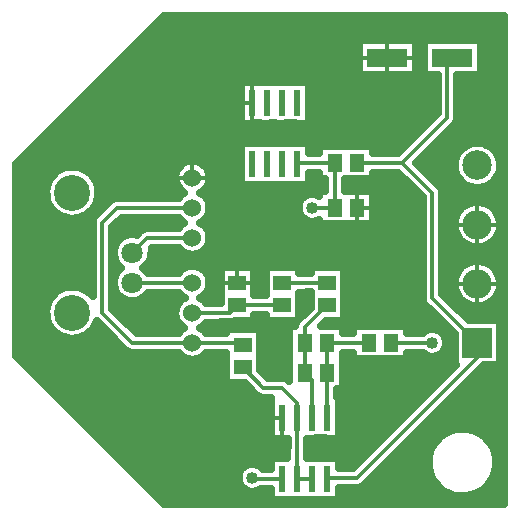
<source format=gbr>
G04 DipTrace 2.4.0.2*
%INTop.gbr*%
%MOIN*%
%ADD14C,0.013*%
%ADD15C,0.025*%
%ADD16R,0.0512X0.0591*%
%ADD17R,0.0236X0.0866*%
%ADD18R,0.0591X0.0512*%
%ADD19C,0.06*%
%ADD20R,0.1378X0.063*%
%ADD21R,0.0984X0.0984*%
%ADD22C,0.0984*%
%ADD23C,0.1201*%
%ADD24C,0.0709*%
%ADD25C,0.04*%
%FSLAX44Y44*%
G04*
G70*
G90*
G75*
G01*
%LNTop*%
%LPD*%
X16940Y19440D2*
D14*
X15940D1*
X12440Y17940D2*
X11940D1*
X15940Y14440D2*
X16940D1*
X13440Y7440D2*
X12940D1*
X11940Y11940D2*
Y12940D1*
X19940Y9940D2*
X18440Y11440D1*
Y14940D1*
X17440Y15940D1*
X15940D1*
X17440D2*
X18940Y17440D1*
Y19275D1*
X19105Y19440D1*
X19940Y9940D2*
Y9440D1*
X15940Y5440D1*
X14987D1*
X14940Y5393D1*
Y7440D2*
Y8940D1*
Y9940D1*
X16323D1*
X10440Y11940D2*
X8439D1*
X10440Y9940D2*
X12057D1*
X12125Y9873D1*
X10440Y14440D2*
X7940D1*
X7440Y13940D1*
Y10940D1*
X8440Y9940D1*
X10440D1*
X15192Y15940D2*
X13987D1*
X13940Y15893D1*
X15192Y15940D2*
Y14440D1*
X13440Y5393D2*
X12487D1*
X12440Y5440D1*
X14440Y14440D2*
X15192D1*
X14192Y8940D2*
Y9940D1*
X14440Y7440D2*
Y8692D1*
X14192Y8940D1*
X14940Y11192D2*
X14192Y10444D1*
Y9940D1*
X13440Y11940D2*
X14940D1*
X10440Y13440D2*
X8940D1*
X8440Y12940D1*
X10440Y10940D2*
X11688D1*
X11940Y11192D1*
X13440D1*
X17071Y9940D2*
X18440D1*
X14440Y5393D2*
X13940D1*
Y7440D1*
Y7940D1*
X13440Y8440D1*
X12809D1*
X12125Y9125D1*
D25*
X15940Y19440D3*
X11940Y17940D3*
X16940Y14440D3*
X12940Y7440D3*
X16940Y14440D3*
X11940Y12940D3*
X12440Y5440D3*
X14440Y14440D3*
X18440Y9940D3*
X9268Y20566D2*
D15*
X20790D1*
X9018Y20318D2*
X20790D1*
X8772Y20069D2*
X20790D1*
X8522Y19820D2*
X15960D1*
X17920D2*
X18128D1*
X20084D2*
X20790D1*
X8272Y19572D2*
X15960D1*
X17920D2*
X18128D1*
X20084D2*
X20790D1*
X8026Y19323D2*
X15960D1*
X17920D2*
X18128D1*
X20084D2*
X20790D1*
X7776Y19074D2*
X15960D1*
X17920D2*
X18128D1*
X20084D2*
X20790D1*
X7526Y18825D2*
X18585D1*
X19295D2*
X20790D1*
X7279Y18577D2*
X12030D1*
X14350D2*
X18585D1*
X19295D2*
X20790D1*
X7029Y18328D2*
X12030D1*
X14350D2*
X18585D1*
X19295D2*
X20790D1*
X6779Y18079D2*
X12030D1*
X14350D2*
X18585D1*
X19295D2*
X20790D1*
X6533Y17831D2*
X12030D1*
X14350D2*
X18585D1*
X19295D2*
X20790D1*
X6283Y17582D2*
X12030D1*
X14350D2*
X18585D1*
X19295D2*
X20790D1*
X6033Y17333D2*
X12030D1*
X14350D2*
X18343D1*
X19276D2*
X20790D1*
X5787Y17085D2*
X18093D1*
X19076D2*
X20790D1*
X5537Y16836D2*
X17843D1*
X18826D2*
X20790D1*
X5287Y16587D2*
X12030D1*
X14350D2*
X17597D1*
X18580D2*
X19765D1*
X20115D2*
X20790D1*
X5041Y16339D2*
X12030D1*
X14350D2*
X14647D1*
X16486D2*
X17347D1*
X18330D2*
X19339D1*
X20541D2*
X20790D1*
X4791Y16090D2*
X12030D1*
X18080D2*
X19198D1*
X20682D2*
X20790D1*
X4590Y15841D2*
X10019D1*
X10861D2*
X12030D1*
X18029D2*
X19159D1*
X4590Y15593D2*
X5847D1*
X7033D2*
X9870D1*
X11010D2*
X12030D1*
X14350D2*
X14647D1*
X16486D2*
X17296D1*
X18279D2*
X19202D1*
X20678D2*
X20790D1*
X4590Y15344D2*
X5647D1*
X7229D2*
X9858D1*
X11022D2*
X12030D1*
X14350D2*
X14839D1*
X15545D2*
X17546D1*
X18529D2*
X19347D1*
X20533D2*
X20790D1*
X4590Y15095D2*
X5561D1*
X7315D2*
X9968D1*
X10912D2*
X14839D1*
X15545D2*
X17792D1*
X18756D2*
X19815D1*
X20065D2*
X20790D1*
X4590Y14846D2*
X5554D1*
X7322D2*
X10022D1*
X10858D2*
X14190D1*
X16486D2*
X18042D1*
X18795D2*
X20790D1*
X4590Y14598D2*
X5620D1*
X7260D2*
X7604D1*
X11006D2*
X13979D1*
X16486D2*
X18085D1*
X18795D2*
X19683D1*
X20197D2*
X20790D1*
X4590Y14349D2*
X5780D1*
X7096D2*
X7358D1*
X11022D2*
X13960D1*
X16486D2*
X18085D1*
X18795D2*
X19323D1*
X20557D2*
X20790D1*
X4590Y14100D2*
X6206D1*
X6674D2*
X7128D1*
X8092D2*
X9964D1*
X10916D2*
X14097D1*
X16486D2*
X18085D1*
X18795D2*
X19190D1*
X20690D2*
X20790D1*
X4590Y13852D2*
X7085D1*
X7842D2*
X10030D1*
X10850D2*
X18085D1*
X18795D2*
X19159D1*
X4590Y13603D2*
X7085D1*
X7795D2*
X8612D1*
X11006D2*
X18085D1*
X18795D2*
X19210D1*
X20670D2*
X20790D1*
X4590Y13354D2*
X7085D1*
X7795D2*
X7956D1*
X11022D2*
X18085D1*
X18795D2*
X19366D1*
X20514D2*
X20790D1*
X4590Y13106D2*
X7085D1*
X9096D2*
X9960D1*
X10920D2*
X18085D1*
X18795D2*
X20790D1*
X4590Y12857D2*
X7085D1*
X9080D2*
X18085D1*
X18795D2*
X20790D1*
X4590Y12608D2*
X7085D1*
X7795D2*
X7891D1*
X8986D2*
X18085D1*
X18795D2*
X19628D1*
X20252D2*
X20790D1*
X4590Y12360D2*
X7085D1*
X7795D2*
X7960D1*
X8920D2*
X10038D1*
X10842D2*
X11354D1*
X12526D2*
X12854D1*
X14026D2*
X14354D1*
X15526D2*
X18085D1*
X18795D2*
X19308D1*
X20572D2*
X20790D1*
X4590Y12111D2*
X7085D1*
X11002D2*
X11354D1*
X12526D2*
X12854D1*
X15526D2*
X18085D1*
X18795D2*
X19186D1*
X20694D2*
X20790D1*
X4590Y11862D2*
X7085D1*
X11026D2*
X11354D1*
X12526D2*
X12854D1*
X15526D2*
X18085D1*
X18795D2*
X19159D1*
X4590Y11614D2*
X5870D1*
X7795D2*
X7886D1*
X10928D2*
X11354D1*
X12526D2*
X12854D1*
X15526D2*
X18085D1*
X18795D2*
X19218D1*
X20662D2*
X20790D1*
X4590Y11365D2*
X5663D1*
X7795D2*
X8186D1*
X8694D2*
X10042D1*
X10838D2*
X11354D1*
X14026D2*
X14354D1*
X15526D2*
X18093D1*
X19006D2*
X19390D1*
X20490D2*
X20790D1*
X4590Y11116D2*
X5569D1*
X7795D2*
X9878D1*
X14026D2*
X14354D1*
X15526D2*
X18272D1*
X19256D2*
X20790D1*
X4590Y10867D2*
X5554D1*
X8002D2*
X9854D1*
X14026D2*
X14127D1*
X15526D2*
X18522D1*
X19502D2*
X20790D1*
X4590Y10619D2*
X5612D1*
X8252D2*
X9952D1*
X11787D2*
X13886D1*
X14858D2*
X18769D1*
X4590Y10370D2*
X5765D1*
X7115D2*
X7519D1*
X8502D2*
X10050D1*
X10830D2*
X11538D1*
X12709D2*
X13647D1*
X15486D2*
X15776D1*
X17615D2*
X18237D1*
X18643D2*
X19019D1*
X4590Y10121D2*
X6136D1*
X6744D2*
X7769D1*
X12709D2*
X13647D1*
X18893D2*
X19159D1*
X4590Y9873D2*
X8015D1*
X12709D2*
X13647D1*
X18924D2*
X19159D1*
X4590Y9624D2*
X8319D1*
X12709D2*
X13647D1*
X18807D2*
X19159D1*
X4705Y9375D2*
X10397D1*
X10481D2*
X11538D1*
X12709D2*
X13647D1*
X15486D2*
X19159D1*
X4955Y9127D2*
X11538D1*
X12709D2*
X13647D1*
X15486D2*
X19136D1*
X20119D2*
X20790D1*
X5205Y8878D2*
X11538D1*
X12861D2*
X13647D1*
X15486D2*
X18886D1*
X19869D2*
X20790D1*
X5451Y8629D2*
X11538D1*
X15486D2*
X18640D1*
X19619D2*
X20790D1*
X5701Y8381D2*
X12378D1*
X15486D2*
X18390D1*
X19373D2*
X20790D1*
X5951Y8132D2*
X12667D1*
X15350D2*
X18140D1*
X19123D2*
X20790D1*
X6197Y7883D2*
X13030D1*
X15350D2*
X17894D1*
X18873D2*
X20790D1*
X6447Y7635D2*
X13030D1*
X15350D2*
X17644D1*
X18627D2*
X20790D1*
X6697Y7386D2*
X13030D1*
X15350D2*
X17394D1*
X18377D2*
X20790D1*
X6944Y7137D2*
X13030D1*
X15350D2*
X17147D1*
X18127D2*
X20790D1*
X7194Y6888D2*
X13030D1*
X15350D2*
X16897D1*
X17881D2*
X18808D1*
X20072D2*
X20790D1*
X7444Y6640D2*
X13585D1*
X14295D2*
X16647D1*
X17631D2*
X18534D1*
X20346D2*
X20790D1*
X7690Y6391D2*
X13585D1*
X14295D2*
X16401D1*
X17381D2*
X18382D1*
X20498D2*
X20790D1*
X7940Y6142D2*
X13585D1*
X14295D2*
X16151D1*
X17135D2*
X18308D1*
X20572D2*
X20790D1*
X8190Y5894D2*
X12315D1*
X12565D2*
X13030D1*
X15350D2*
X15901D1*
X16885D2*
X18288D1*
X20592D2*
X20790D1*
X8436Y5645D2*
X11999D1*
X16635D2*
X18327D1*
X20553D2*
X20790D1*
X8686Y5396D2*
X11952D1*
X16389D2*
X18429D1*
X20451D2*
X20790D1*
X8936Y5148D2*
X12054D1*
X16119D2*
X18616D1*
X20264D2*
X20790D1*
X9182Y4899D2*
X13030D1*
X15350D2*
X18987D1*
X19893D2*
X20790D1*
X9432Y4650D2*
X20790D1*
X16675Y10500D2*
X17592D1*
Y10270D1*
X18114D1*
X18148Y10302D1*
X18254Y10366D1*
X18374Y10400D1*
X18499Y10401D1*
X18619Y10369D1*
X18727Y10306D1*
X18814Y10217D1*
X18874Y10108D1*
X18903Y9987D1*
X18905Y9940D1*
X18888Y9817D1*
X18839Y9702D1*
X18762Y9604D1*
X18661Y9531D1*
X18545Y9487D1*
X18420Y9475D1*
X18298Y9497D1*
X18185Y9551D1*
X18118Y9610D1*
X17592D1*
Y9380D1*
X16550Y9384D1*
X16469Y9380D1*
X15802D1*
Y9610D1*
X15460D1*
X15461Y8380D1*
X15269D1*
X15270Y8139D1*
X15323Y8138D1*
Y6742D1*
X14557Y6746D1*
X14448Y6742D1*
X14272D1*
X14270Y6092D1*
X14323Y6087D1*
X14432Y6091D1*
X14823Y6087D1*
X14932Y6091D1*
X15323D1*
Y5767D1*
X15804Y5770D1*
X19217Y9184D1*
X19183Y9183D1*
Y10234D1*
X18469Y10944D1*
X18207Y11207D1*
X18137Y11309D1*
X18110Y11440D1*
Y14803D1*
X17303Y15610D1*
X16460D1*
X16461Y15380D1*
X15519D1*
X15522Y14999D1*
X16461Y15000D1*
Y13880D1*
X14671D1*
Y14040D1*
X14545Y13987D1*
X14420Y13975D1*
X14298Y13997D1*
X14185Y14051D1*
X14091Y14133D1*
X14022Y14236D1*
X13983Y14355D1*
X13977Y14479D1*
X14004Y14601D1*
X14062Y14711D1*
X14148Y14802D1*
X14254Y14866D1*
X14374Y14900D1*
X14499Y14901D1*
X14619Y14869D1*
X14669Y14840D1*
X14671Y15000D1*
X14862D1*
Y15381D1*
X14671Y15380D1*
Y15610D1*
X14321D1*
X14323Y15195D1*
X13557Y15199D1*
X13448Y15195D1*
X13057Y15199D1*
X12948Y15195D1*
X12557Y15199D1*
X12448Y15195D1*
X12057D1*
Y16591D1*
X12823Y16587D1*
X12932Y16591D1*
X13323Y16587D1*
X13432Y16591D1*
X13823Y16587D1*
X13932Y16591D1*
X14323D1*
Y16267D1*
X14671Y16270D1*
Y16500D1*
X15713Y16496D1*
X15794Y16500D1*
X16461D1*
Y16270D1*
X17303D1*
X18613Y17579D1*
X18610Y18858D1*
X18151Y18860D1*
Y20020D1*
X20059D1*
Y18860D1*
X19266D1*
X19270Y18150D1*
Y17440D1*
X19247Y17318D1*
X19173Y17207D1*
X17906Y15939D1*
X18673Y15173D1*
X18743Y15071D1*
X18770Y14940D1*
Y11577D1*
X19648Y10698D1*
X20697Y10697D1*
Y9183D1*
X20146D1*
X18494Y7527D1*
X16173Y5207D1*
X16071Y5137D1*
X15940Y5110D1*
X15327D1*
X15323Y4695D1*
X14557Y4699D1*
X14448Y4695D1*
X14057Y4699D1*
X13948Y4695D1*
X13557Y4699D1*
X13448Y4695D1*
X13057D1*
Y5066D1*
X12710Y5063D1*
X12661Y5031D1*
X12545Y4987D1*
X12420Y4975D1*
X12298Y4997D1*
X12185Y5051D1*
X12091Y5133D1*
X12022Y5236D1*
X11983Y5355D1*
X11977Y5479D1*
X12004Y5601D1*
X12062Y5711D1*
X12148Y5802D1*
X12254Y5866D1*
X12374Y5900D1*
X12499Y5901D1*
X12619Y5869D1*
X12727Y5806D1*
X12805Y5725D1*
X13054Y5723D1*
X13057Y6091D1*
X13608D1*
X13610Y6740D1*
X13057Y6742D1*
Y8110D1*
X12809D1*
X12687Y8133D1*
X12576Y8207D1*
X12181Y8602D1*
X11564Y8604D1*
Y9610D1*
X10897D1*
X10798Y9503D1*
X10693Y9435D1*
X10576Y9392D1*
X10452Y9375D1*
X10328Y9386D1*
X10209Y9424D1*
X10102Y9487D1*
X10011Y9573D1*
X9987Y9608D1*
X8440Y9610D1*
X8318Y9633D1*
X8207Y9707D1*
X7259Y10654D1*
X7165Y10467D1*
X7089Y10368D1*
X7000Y10280D1*
X6899Y10207D1*
X6789Y10148D1*
X6672Y10106D1*
X6549Y10082D1*
X6424Y10075D1*
X6300Y10086D1*
X6179Y10115D1*
X6062Y10161D1*
X5954Y10224D1*
X5856Y10301D1*
X5770Y10392D1*
X5698Y10494D1*
X5642Y10605D1*
X5602Y10724D1*
X5580Y10846D1*
X5575Y10971D1*
X5589Y11095D1*
X5620Y11216D1*
X5668Y11332D1*
X5733Y11439D1*
X5812Y11535D1*
X5904Y11619D1*
X6007Y11689D1*
X6120Y11744D1*
X6239Y11782D1*
X6362Y11802D1*
X6487Y11804D1*
X6611Y11788D1*
X6731Y11755D1*
X6845Y11705D1*
X6951Y11638D1*
X7046Y11557D1*
X7111Y11484D1*
X7110Y13940D1*
X7133Y14062D1*
X7207Y14173D1*
X7707Y14673D1*
X7809Y14743D1*
X7940Y14770D1*
X9983D1*
X10063Y14861D1*
X10176Y14938D1*
X10063Y15019D1*
X9980Y15112D1*
X9919Y15221D1*
X9884Y15341D1*
X9876Y15465D1*
X9895Y15588D1*
X9941Y15704D1*
X10011Y15807D1*
X10102Y15893D1*
X10209Y15956D1*
X10328Y15994D1*
X10452Y16005D1*
X10576Y15988D1*
X10693Y15945D1*
X10798Y15877D1*
X10885Y15788D1*
X10951Y15682D1*
X10991Y15564D1*
X11005Y15440D1*
X10991Y15316D1*
X10951Y15198D1*
X10885Y15092D1*
X10798Y15003D1*
X10702Y14940D1*
X10758Y14907D1*
X10853Y14826D1*
X10927Y14726D1*
X10978Y14612D1*
X11005Y14440D1*
X10991Y14316D1*
X10951Y14198D1*
X10885Y14092D1*
X10798Y14003D1*
X10703Y13941D1*
X10758Y13907D1*
X10853Y13826D1*
X10927Y13726D1*
X10978Y13612D1*
X11005Y13440D1*
X10991Y13316D1*
X10951Y13198D1*
X10885Y13092D1*
X10798Y13003D1*
X10693Y12935D1*
X10576Y12892D1*
X10452Y12875D1*
X10328Y12886D1*
X10209Y12924D1*
X10102Y12987D1*
X10011Y13073D1*
X9987Y13108D1*
X9077Y13110D1*
X9047Y12816D1*
X9010Y12697D1*
X8949Y12587D1*
X8868Y12493D1*
X8804Y12442D1*
X8939Y12306D1*
X8961Y12269D1*
X9982Y12270D1*
X10063Y12361D1*
X10165Y12433D1*
X10280Y12482D1*
X10403Y12504D1*
X10527Y12498D1*
X10648Y12466D1*
X10758Y12407D1*
X10853Y12326D1*
X10927Y12226D1*
X10978Y12112D1*
X11005Y11940D1*
X10991Y11816D1*
X10951Y11698D1*
X10885Y11592D1*
X10798Y11503D1*
X10703Y11441D1*
X10758Y11407D1*
X10853Y11326D1*
X10892Y11273D1*
X11381Y11270D1*
X11380Y11713D1*
Y12461D1*
X12500D1*
Y11521D1*
X12881Y11522D1*
X12880Y12461D1*
X14000D1*
Y12269D1*
X14381Y12270D1*
X14380Y12461D1*
X15500D1*
X15496Y11419D1*
X15500Y11338D1*
Y10671D1*
X14887D1*
X14718Y10503D1*
X15461Y10500D1*
Y10270D1*
X15803D1*
X15802Y10500D1*
X16844Y10496D1*
X20559Y5815D2*
X20539Y5692D1*
X20504Y5572D1*
X20457Y5456D1*
X20397Y5347D1*
X20326Y5244D1*
X20243Y5150D1*
X20151Y5066D1*
X20050Y4993D1*
X19941Y4931D1*
X19826Y4882D1*
X19707Y4846D1*
X19584Y4823D1*
X19459Y4814D1*
X19334Y4819D1*
X19211Y4837D1*
X19090Y4869D1*
X18974Y4915D1*
X18863Y4973D1*
X18759Y5043D1*
X18664Y5123D1*
X18579Y5214D1*
X18503Y5314D1*
X18440Y5422D1*
X18389Y5536D1*
X18350Y5655D1*
X18326Y5777D1*
X18314Y5902D1*
X18317Y6026D1*
X18334Y6150D1*
X18364Y6272D1*
X18407Y6389D1*
X18463Y6500D1*
X18531Y6605D1*
X18610Y6702D1*
X18700Y6789D1*
X18798Y6866D1*
X18905Y6931D1*
X19018Y6984D1*
X19136Y7025D1*
X19258Y7052D1*
X19382Y7065D1*
X19507Y7064D1*
X19631Y7050D1*
X19753Y7022D1*
X19871Y6981D1*
X19984Y6926D1*
X20090Y6860D1*
X20187Y6783D1*
X20276Y6695D1*
X20355Y6597D1*
X20422Y6492D1*
X20477Y6380D1*
X20519Y6262D1*
X20548Y6141D1*
X20566Y5940D1*
X20559Y5815D1*
X13682Y18638D2*
X14323D1*
Y17242D1*
X13557Y17246D1*
X13448Y17242D1*
X13057Y17246D1*
X12948Y17242D1*
X12557Y17246D1*
X12473Y17242D1*
X12057D1*
Y18638D1*
X13323Y18634D1*
X13432Y18638D1*
X13823Y18634D1*
X14380Y11097D2*
X14383Y11419D1*
X14380Y11611D1*
X13999Y11610D1*
X14000Y10717D1*
X13936Y10652D1*
X13875Y10671D1*
X12880D1*
Y10862D1*
X12499D1*
X12500Y10671D1*
X11879D1*
X11843Y10649D1*
X11725Y10612D1*
X10895Y10610D1*
X10798Y10503D1*
X10703Y10441D1*
X10758Y10407D1*
X10853Y10326D1*
X10892Y10273D1*
X11561Y10270D1*
X11564Y10393D1*
X12685D1*
X12681Y9352D1*
X12685Y9270D1*
Y9032D1*
X12946Y8770D1*
X13440D1*
X13562Y8747D1*
X13669Y8677D1*
X13649Y8696D1*
X13671Y8755D1*
X13675Y9500D1*
X13671Y9755D1*
Y10500D1*
X13870D1*
X13876Y10540D1*
X13934Y10650D1*
X14381Y11100D1*
X10179Y11442D2*
X10102Y11487D1*
X10011Y11573D1*
X9987Y11608D1*
X8960Y11610D1*
X8867Y11493D1*
X8769Y11416D1*
X8657Y11360D1*
X8536Y11328D1*
X8412Y11321D1*
X8288Y11339D1*
X8171Y11382D1*
X8065Y11447D1*
X7973Y11532D1*
X7901Y11633D1*
X7850Y11748D1*
X7824Y11869D1*
X7822Y11994D1*
X7846Y12117D1*
X7893Y12232D1*
X7963Y12336D1*
X8075Y12438D1*
X7974Y12532D1*
X7902Y12633D1*
X7851Y12748D1*
X7825Y12869D1*
X7823Y12994D1*
X7847Y13117D1*
X7894Y13232D1*
X7964Y13336D1*
X8053Y13423D1*
X8157Y13491D1*
X8274Y13537D1*
X8397Y13558D1*
X8521Y13554D1*
X8578Y13541D1*
X8707Y13673D1*
X8810Y13743D1*
X8940Y13770D1*
X9983D1*
X10063Y13861D1*
X10176Y13938D1*
X10102Y13987D1*
X10011Y14073D1*
X9987Y14108D1*
X8077Y14110D1*
X7767Y13801D1*
X7770Y12065D1*
Y11077D1*
X8577Y10270D1*
X9983D1*
X10063Y10361D1*
X10176Y10438D1*
X10102Y10487D1*
X10011Y10573D1*
X9941Y10676D1*
X9895Y10792D1*
X9876Y10915D1*
X9884Y11039D1*
X9919Y11159D1*
X9980Y11268D1*
X10063Y11361D1*
X10176Y11438D1*
X16011Y20020D2*
X17894D1*
Y18860D1*
X15986D1*
Y20020D1*
X16011D1*
X20697Y11884D2*
X20677Y11735D1*
X20628Y11593D1*
X20553Y11464D1*
X20453Y11352D1*
X20334Y11262D1*
X20199Y11197D1*
X20054Y11160D1*
X19904Y11152D1*
X19756Y11174D1*
X19615Y11225D1*
X19487Y11302D1*
X19376Y11403D1*
X19288Y11524D1*
X19225Y11660D1*
X19190Y11805D1*
X19184Y11955D1*
X19208Y12103D1*
X19261Y12243D1*
X19340Y12370D1*
X19442Y12479D1*
X19565Y12566D1*
X19701Y12627D1*
X19847Y12660D1*
X19997Y12663D1*
X20145Y12637D1*
X20284Y12583D1*
X20410Y12502D1*
X20518Y12398D1*
X20603Y12275D1*
X20662Y12137D1*
X20693Y11991D1*
X20697Y11884D1*
Y13852D2*
X20677Y13704D1*
X20628Y13562D1*
X20553Y13433D1*
X20453Y13321D1*
X20334Y13230D1*
X20199Y13166D1*
X20054Y13128D1*
X19904Y13121D1*
X19756Y13143D1*
X19615Y13193D1*
X19487Y13270D1*
X19376Y13371D1*
X19288Y13492D1*
X19225Y13628D1*
X19190Y13774D1*
X19184Y13923D1*
X19208Y14071D1*
X19261Y14211D1*
X19340Y14339D1*
X19442Y14448D1*
X19565Y14534D1*
X19701Y14596D1*
X19847Y14628D1*
X19997Y14632D1*
X20145Y14606D1*
X20284Y14551D1*
X20410Y14471D1*
X20518Y14366D1*
X20603Y14243D1*
X20662Y14106D1*
X20693Y13959D1*
X20697Y13852D1*
X20687Y15721D2*
X20656Y15600D1*
X20606Y15486D1*
X20538Y15381D1*
X20453Y15289D1*
X20355Y15212D1*
X20245Y15153D1*
X20127Y15112D1*
X20004Y15091D1*
X19879D1*
X19756Y15111D1*
X19638Y15151D1*
X19528Y15210D1*
X19429Y15287D1*
X19344Y15378D1*
X19276Y15483D1*
X19225Y15597D1*
X19194Y15718D1*
X19183Y15842D1*
X19193Y15966D1*
X19223Y16088D1*
X19272Y16202D1*
X19340Y16307D1*
X19424Y16399D1*
X19522Y16477D1*
X19631Y16537D1*
X19749Y16578D1*
X19872Y16600D1*
X19997D1*
X20120Y16581D1*
X20239Y16541D1*
X20349Y16483D1*
X20448Y16407D1*
X20534Y16316D1*
X20603Y16212D1*
X20654Y16098D1*
X20686Y15977D1*
X20697Y15846D1*
X20687Y15721D1*
X7295Y14815D2*
X7269Y14693D1*
X7224Y14577D1*
X7164Y14467D1*
X7088Y14368D1*
X6999Y14280D1*
X6899Y14207D1*
X6788Y14148D1*
X6671Y14106D1*
X6548Y14082D1*
X6423Y14075D1*
X6299Y14086D1*
X6178Y14115D1*
X6062Y14161D1*
X5953Y14224D1*
X5855Y14301D1*
X5769Y14392D1*
X5698Y14494D1*
X5641Y14605D1*
X5601Y14724D1*
X5579Y14846D1*
X5574Y14971D1*
X5588Y15095D1*
X5619Y15216D1*
X5667Y15332D1*
X5732Y15439D1*
X5811Y15535D1*
X5903Y15619D1*
X6006Y15689D1*
X6119Y15744D1*
X6238Y15782D1*
X6361Y15802D1*
X6486Y15804D1*
X6610Y15788D1*
X6730Y15755D1*
X6844Y15705D1*
X6950Y15638D1*
X7045Y15557D1*
X7128Y15464D1*
X7196Y15359D1*
X7249Y15246D1*
X7284Y15126D1*
X7304Y14940D1*
X7295Y14815D1*
X4564Y9492D2*
X9492Y4565D1*
X20815D1*
Y20815D1*
X9491D1*
X4565Y15888D1*
Y9491D1*
X13440Y7440D2*
D14*
Y6742D1*
X13057Y7440D2*
X13440D1*
X12440Y18638D2*
Y17242D1*
X12057Y17940D2*
X12440D1*
X15940Y15000D2*
Y13880D1*
Y14440D2*
X16460D1*
X11940Y12460D2*
Y11940D1*
X11380D2*
X12500D1*
X10440Y16005D2*
Y15440D1*
X9875D2*
X11005D1*
X16940Y20019D2*
Y18861D1*
X15987Y19440D2*
X17893D1*
X19940Y12665D2*
Y11152D1*
X19183Y11909D2*
X20697D1*
X19940Y14634D2*
Y13120D1*
X19183Y13877D2*
X20697D1*
D16*
X17071Y9940D3*
X16323D3*
D17*
X14940Y7440D3*
X14440D3*
X13940D3*
X13440D3*
Y5393D3*
X13940D3*
X14440D3*
X14940D3*
X13940Y17940D3*
X13440D3*
X12940D3*
X12440D3*
Y15893D3*
X12940D3*
X13440D3*
X13940D3*
D16*
X15940Y15940D3*
X15192D3*
X15940Y14440D3*
X15192D3*
D18*
X14940Y11940D3*
Y11192D3*
X13440Y11940D3*
Y11192D3*
X11940Y11940D3*
Y11192D3*
D16*
X14940Y8940D3*
X14192D3*
D19*
X10440Y11940D3*
Y10940D3*
Y9940D3*
Y13440D3*
Y14440D3*
Y15440D3*
D20*
X16940Y19440D3*
X19105D3*
D18*
X12125Y9125D3*
Y9873D3*
D16*
X14940Y9940D3*
X14192D3*
D21*
X19940D3*
D22*
Y11909D3*
Y13877D3*
Y15846D3*
D23*
X6440Y10940D3*
X6439Y14940D3*
D24*
X8440Y12940D3*
X8439Y11940D3*
M02*

</source>
